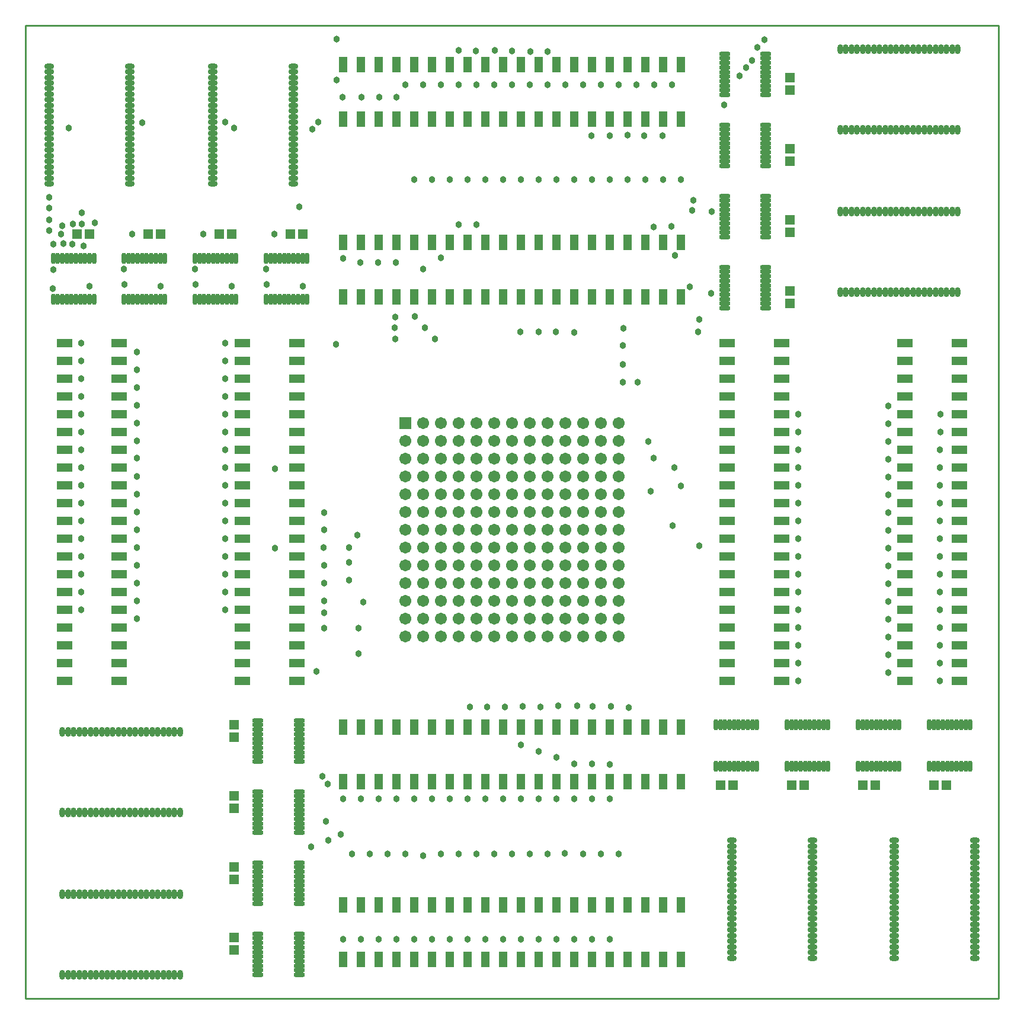
<source format=gts>
G04 Layer_Color=8388736*
%FSLAX25Y25*%
%MOIN*%
G70*
G01*
G75*
%ADD19C,0.01000*%
%ADD27O,0.05524X0.03261*%
%ADD28O,0.02670X0.06312*%
%ADD29R,0.04737X0.08674*%
%ADD30R,0.08674X0.04737*%
%ADD31O,0.06312X0.02670*%
%ADD32O,0.03261X0.05524*%
%ADD33R,0.05800X0.05800*%
%ADD34R,0.05800X0.05800*%
%ADD35C,0.06706*%
%ADD36R,0.06706X0.06706*%
%ADD37C,0.03800*%
D19*
X0Y0D02*
Y547500D01*
X547500D01*
Y0D02*
Y547500D01*
X0Y0D02*
X547500D01*
D27*
X13362Y524571D02*
D03*
Y521421D02*
D03*
Y518272D02*
D03*
Y515122D02*
D03*
Y511972D02*
D03*
Y508823D02*
D03*
Y505673D02*
D03*
Y502524D02*
D03*
Y499374D02*
D03*
Y496224D02*
D03*
Y493075D02*
D03*
Y489925D02*
D03*
Y486776D02*
D03*
Y483626D02*
D03*
Y480476D02*
D03*
Y477327D02*
D03*
Y474177D02*
D03*
Y471028D02*
D03*
Y467878D02*
D03*
Y464728D02*
D03*
Y461579D02*
D03*
Y458429D02*
D03*
X58638Y524571D02*
D03*
Y521421D02*
D03*
Y518272D02*
D03*
Y515122D02*
D03*
Y511972D02*
D03*
Y508823D02*
D03*
Y505673D02*
D03*
Y502524D02*
D03*
Y499374D02*
D03*
Y496224D02*
D03*
Y493075D02*
D03*
Y489925D02*
D03*
Y486776D02*
D03*
Y483626D02*
D03*
Y480476D02*
D03*
Y477327D02*
D03*
Y474177D02*
D03*
Y471028D02*
D03*
Y467878D02*
D03*
Y464728D02*
D03*
Y461579D02*
D03*
Y458429D02*
D03*
X150638D02*
D03*
Y461579D02*
D03*
Y464728D02*
D03*
Y467878D02*
D03*
Y471028D02*
D03*
Y474177D02*
D03*
Y477327D02*
D03*
Y480476D02*
D03*
Y483626D02*
D03*
Y486776D02*
D03*
Y489925D02*
D03*
Y493075D02*
D03*
Y496224D02*
D03*
Y499374D02*
D03*
Y502524D02*
D03*
Y505673D02*
D03*
Y508823D02*
D03*
Y511972D02*
D03*
Y515122D02*
D03*
Y518272D02*
D03*
Y521421D02*
D03*
Y524571D02*
D03*
X105362Y458429D02*
D03*
Y461579D02*
D03*
Y464728D02*
D03*
Y467878D02*
D03*
Y471028D02*
D03*
Y474177D02*
D03*
Y477327D02*
D03*
Y480476D02*
D03*
Y483626D02*
D03*
Y486776D02*
D03*
Y489925D02*
D03*
Y493075D02*
D03*
Y496224D02*
D03*
Y499374D02*
D03*
Y502524D02*
D03*
Y505673D02*
D03*
Y508823D02*
D03*
Y511972D02*
D03*
Y515122D02*
D03*
Y518272D02*
D03*
Y521421D02*
D03*
Y524571D02*
D03*
X442638Y22929D02*
D03*
Y26079D02*
D03*
Y29228D02*
D03*
Y32378D02*
D03*
Y35528D02*
D03*
Y38677D02*
D03*
Y41827D02*
D03*
Y44976D02*
D03*
Y48126D02*
D03*
Y51276D02*
D03*
Y54425D02*
D03*
Y57575D02*
D03*
Y60724D02*
D03*
Y63874D02*
D03*
Y67024D02*
D03*
Y70173D02*
D03*
Y73323D02*
D03*
Y76472D02*
D03*
Y79622D02*
D03*
Y82772D02*
D03*
Y85921D02*
D03*
Y89071D02*
D03*
X397362Y22929D02*
D03*
Y26079D02*
D03*
Y29228D02*
D03*
Y32378D02*
D03*
Y35528D02*
D03*
Y38677D02*
D03*
Y41827D02*
D03*
Y44976D02*
D03*
Y48126D02*
D03*
Y51276D02*
D03*
Y54425D02*
D03*
Y57575D02*
D03*
Y60724D02*
D03*
Y63874D02*
D03*
Y67024D02*
D03*
Y70173D02*
D03*
Y73323D02*
D03*
Y76472D02*
D03*
Y79622D02*
D03*
Y82772D02*
D03*
Y85921D02*
D03*
Y89071D02*
D03*
X488862D02*
D03*
Y85921D02*
D03*
Y82772D02*
D03*
Y79622D02*
D03*
Y76472D02*
D03*
Y73323D02*
D03*
Y70173D02*
D03*
Y67024D02*
D03*
Y63874D02*
D03*
Y60724D02*
D03*
Y57575D02*
D03*
Y54425D02*
D03*
Y51276D02*
D03*
Y48126D02*
D03*
Y44976D02*
D03*
Y41827D02*
D03*
Y38677D02*
D03*
Y35528D02*
D03*
Y32378D02*
D03*
Y29228D02*
D03*
Y26079D02*
D03*
Y22929D02*
D03*
X534138Y89071D02*
D03*
Y85921D02*
D03*
Y82772D02*
D03*
Y79622D02*
D03*
Y76472D02*
D03*
Y73323D02*
D03*
Y70173D02*
D03*
Y67024D02*
D03*
Y63874D02*
D03*
Y60724D02*
D03*
Y57575D02*
D03*
Y54425D02*
D03*
Y51276D02*
D03*
Y48126D02*
D03*
Y44976D02*
D03*
Y41827D02*
D03*
Y38677D02*
D03*
Y35528D02*
D03*
Y32378D02*
D03*
Y29228D02*
D03*
Y26079D02*
D03*
Y22929D02*
D03*
D28*
X38713Y416614D02*
D03*
X36154D02*
D03*
X33595D02*
D03*
X31036D02*
D03*
X28477D02*
D03*
X25918D02*
D03*
X23359D02*
D03*
X20800D02*
D03*
X18241D02*
D03*
X15681D02*
D03*
X38713Y393386D02*
D03*
X36154D02*
D03*
X33595D02*
D03*
X31036D02*
D03*
X28477D02*
D03*
X25918D02*
D03*
X23359D02*
D03*
X20800D02*
D03*
X18241D02*
D03*
X15681D02*
D03*
X78516Y416614D02*
D03*
X75957D02*
D03*
X73398D02*
D03*
X70839D02*
D03*
X68280D02*
D03*
X65720D02*
D03*
X63161D02*
D03*
X60602D02*
D03*
X58043D02*
D03*
X55484D02*
D03*
X78516Y393386D02*
D03*
X75957D02*
D03*
X73398D02*
D03*
X70839D02*
D03*
X68280D02*
D03*
X65720D02*
D03*
X63161D02*
D03*
X60602D02*
D03*
X58043D02*
D03*
X55484D02*
D03*
X118516Y416614D02*
D03*
X115957D02*
D03*
X113398D02*
D03*
X110839D02*
D03*
X108280D02*
D03*
X105720D02*
D03*
X103161D02*
D03*
X100602D02*
D03*
X98043D02*
D03*
X95484D02*
D03*
X118516Y393386D02*
D03*
X115957D02*
D03*
X113398D02*
D03*
X110839D02*
D03*
X108280D02*
D03*
X105720D02*
D03*
X103161D02*
D03*
X100602D02*
D03*
X98043D02*
D03*
X95484D02*
D03*
X158516Y416614D02*
D03*
X155957D02*
D03*
X153398D02*
D03*
X150839D02*
D03*
X148280D02*
D03*
X145720D02*
D03*
X143161D02*
D03*
X140602D02*
D03*
X138043D02*
D03*
X135484D02*
D03*
X158516Y393386D02*
D03*
X155957D02*
D03*
X153398D02*
D03*
X150839D02*
D03*
X148280D02*
D03*
X145720D02*
D03*
X143161D02*
D03*
X140602D02*
D03*
X138043D02*
D03*
X135484D02*
D03*
X388484Y130886D02*
D03*
X391043D02*
D03*
X393602D02*
D03*
X396161D02*
D03*
X398720D02*
D03*
X401280D02*
D03*
X403839D02*
D03*
X406398D02*
D03*
X408957D02*
D03*
X411516D02*
D03*
X388484Y154114D02*
D03*
X391043D02*
D03*
X393602D02*
D03*
X396161D02*
D03*
X398720D02*
D03*
X401280D02*
D03*
X403839D02*
D03*
X406398D02*
D03*
X408957D02*
D03*
X411516D02*
D03*
X428484Y130886D02*
D03*
X431043D02*
D03*
X433602D02*
D03*
X436161D02*
D03*
X438720D02*
D03*
X441280D02*
D03*
X443839D02*
D03*
X446398D02*
D03*
X448957D02*
D03*
X451516D02*
D03*
X428484Y154114D02*
D03*
X431043D02*
D03*
X433602D02*
D03*
X436161D02*
D03*
X438720D02*
D03*
X441280D02*
D03*
X443839D02*
D03*
X446398D02*
D03*
X448957D02*
D03*
X451516D02*
D03*
X468484Y130886D02*
D03*
X471043D02*
D03*
X473602D02*
D03*
X476161D02*
D03*
X478720D02*
D03*
X481280D02*
D03*
X483839D02*
D03*
X486398D02*
D03*
X488957D02*
D03*
X491516D02*
D03*
X468484Y154114D02*
D03*
X471043D02*
D03*
X473602D02*
D03*
X476161D02*
D03*
X478720D02*
D03*
X481280D02*
D03*
X483839D02*
D03*
X486398D02*
D03*
X488957D02*
D03*
X491516D02*
D03*
X508484Y130886D02*
D03*
X511043D02*
D03*
X513602D02*
D03*
X516161D02*
D03*
X518720D02*
D03*
X521280D02*
D03*
X523839D02*
D03*
X526398D02*
D03*
X528957D02*
D03*
X531516D02*
D03*
X508484Y154114D02*
D03*
X511043D02*
D03*
X513602D02*
D03*
X516161D02*
D03*
X518720D02*
D03*
X521280D02*
D03*
X523839D02*
D03*
X526398D02*
D03*
X528957D02*
D03*
X531516D02*
D03*
D29*
X328750Y525354D02*
D03*
X348750D02*
D03*
X358750D02*
D03*
X368750D02*
D03*
X338750D02*
D03*
X288750D02*
D03*
X318750D02*
D03*
X308750D02*
D03*
X298750D02*
D03*
X278750D02*
D03*
X238750D02*
D03*
X268750D02*
D03*
X258750D02*
D03*
X248750D02*
D03*
X228750D02*
D03*
X188750D02*
D03*
X218750D02*
D03*
X208750D02*
D03*
X198750D02*
D03*
X178750D02*
D03*
Y494646D02*
D03*
X198750D02*
D03*
X208750D02*
D03*
X218750D02*
D03*
X188750D02*
D03*
X228750D02*
D03*
X248750D02*
D03*
X258750D02*
D03*
X268750D02*
D03*
X238750D02*
D03*
X278750D02*
D03*
X298750D02*
D03*
X308750D02*
D03*
X318750D02*
D03*
X288750D02*
D03*
X338750D02*
D03*
X368750D02*
D03*
X358750D02*
D03*
X348750D02*
D03*
X328750D02*
D03*
Y425354D02*
D03*
X348750D02*
D03*
X358750D02*
D03*
X368750D02*
D03*
X338750D02*
D03*
X288750D02*
D03*
X318750D02*
D03*
X308750D02*
D03*
X298750D02*
D03*
X278750D02*
D03*
X238750D02*
D03*
X268750D02*
D03*
X258750D02*
D03*
X248750D02*
D03*
X228750D02*
D03*
X188750D02*
D03*
X218750D02*
D03*
X208750D02*
D03*
X198750D02*
D03*
X178750D02*
D03*
Y394646D02*
D03*
X198750D02*
D03*
X208750D02*
D03*
X218750D02*
D03*
X188750D02*
D03*
X228750D02*
D03*
X248750D02*
D03*
X258750D02*
D03*
X268750D02*
D03*
X238750D02*
D03*
X278750D02*
D03*
X298750D02*
D03*
X308750D02*
D03*
X318750D02*
D03*
X288750D02*
D03*
X338750D02*
D03*
X368750D02*
D03*
X358750D02*
D03*
X348750D02*
D03*
X328750D02*
D03*
X218750Y22146D02*
D03*
X198750D02*
D03*
X188750D02*
D03*
X178750D02*
D03*
X208750D02*
D03*
X258750D02*
D03*
X228750D02*
D03*
X238750D02*
D03*
X248750D02*
D03*
X268750D02*
D03*
X308750D02*
D03*
X278750D02*
D03*
X288750D02*
D03*
X298750D02*
D03*
X318750D02*
D03*
X358750D02*
D03*
X328750D02*
D03*
X338750D02*
D03*
X348750D02*
D03*
X368750D02*
D03*
Y52854D02*
D03*
X348750D02*
D03*
X338750D02*
D03*
X328750D02*
D03*
X358750D02*
D03*
X318750D02*
D03*
X298750D02*
D03*
X288750D02*
D03*
X278750D02*
D03*
X308750D02*
D03*
X268750D02*
D03*
X248750D02*
D03*
X238750D02*
D03*
X228750D02*
D03*
X258750D02*
D03*
X208750D02*
D03*
X178750D02*
D03*
X188750D02*
D03*
X198750D02*
D03*
X218750D02*
D03*
Y122146D02*
D03*
X198750D02*
D03*
X188750D02*
D03*
X178750D02*
D03*
X208750D02*
D03*
X258750D02*
D03*
X228750D02*
D03*
X238750D02*
D03*
X248750D02*
D03*
X268750D02*
D03*
X308750D02*
D03*
X278750D02*
D03*
X288750D02*
D03*
X298750D02*
D03*
X318750D02*
D03*
X358750D02*
D03*
X328750D02*
D03*
X338750D02*
D03*
X348750D02*
D03*
X368750D02*
D03*
Y152854D02*
D03*
X348750D02*
D03*
X338750D02*
D03*
X328750D02*
D03*
X358750D02*
D03*
X318750D02*
D03*
X298750D02*
D03*
X288750D02*
D03*
X278750D02*
D03*
X308750D02*
D03*
X268750D02*
D03*
X248750D02*
D03*
X238750D02*
D03*
X228750D02*
D03*
X258750D02*
D03*
X208750D02*
D03*
X178750D02*
D03*
X188750D02*
D03*
X198750D02*
D03*
X218750D02*
D03*
D30*
X525354Y218750D02*
D03*
Y198750D02*
D03*
Y188750D02*
D03*
Y178750D02*
D03*
Y208750D02*
D03*
Y258750D02*
D03*
Y228750D02*
D03*
Y238750D02*
D03*
Y248750D02*
D03*
Y268750D02*
D03*
Y308750D02*
D03*
Y278750D02*
D03*
Y288750D02*
D03*
Y298750D02*
D03*
Y318750D02*
D03*
Y358750D02*
D03*
Y328750D02*
D03*
Y338750D02*
D03*
Y348750D02*
D03*
Y368750D02*
D03*
X494646D02*
D03*
Y348750D02*
D03*
Y338750D02*
D03*
Y328750D02*
D03*
Y358750D02*
D03*
Y318750D02*
D03*
Y298750D02*
D03*
Y288750D02*
D03*
Y278750D02*
D03*
Y308750D02*
D03*
Y268750D02*
D03*
Y248750D02*
D03*
Y238750D02*
D03*
Y228750D02*
D03*
Y258750D02*
D03*
Y208750D02*
D03*
Y178750D02*
D03*
Y188750D02*
D03*
Y198750D02*
D03*
Y218750D02*
D03*
X425354D02*
D03*
Y198750D02*
D03*
Y188750D02*
D03*
Y178750D02*
D03*
Y208750D02*
D03*
Y258750D02*
D03*
Y228750D02*
D03*
Y238750D02*
D03*
Y248750D02*
D03*
Y268750D02*
D03*
Y308750D02*
D03*
Y278750D02*
D03*
Y288750D02*
D03*
Y298750D02*
D03*
Y318750D02*
D03*
Y358750D02*
D03*
Y328750D02*
D03*
Y338750D02*
D03*
Y348750D02*
D03*
Y368750D02*
D03*
X394646D02*
D03*
Y348750D02*
D03*
Y338750D02*
D03*
Y328750D02*
D03*
Y358750D02*
D03*
Y318750D02*
D03*
Y298750D02*
D03*
Y288750D02*
D03*
Y278750D02*
D03*
Y308750D02*
D03*
Y268750D02*
D03*
Y248750D02*
D03*
Y238750D02*
D03*
Y228750D02*
D03*
Y258750D02*
D03*
Y208750D02*
D03*
Y178750D02*
D03*
Y188750D02*
D03*
Y198750D02*
D03*
Y218750D02*
D03*
X22146Y328750D02*
D03*
Y348750D02*
D03*
Y358750D02*
D03*
Y368750D02*
D03*
Y338750D02*
D03*
Y288750D02*
D03*
Y318750D02*
D03*
Y308750D02*
D03*
Y298750D02*
D03*
Y278750D02*
D03*
Y238750D02*
D03*
Y268750D02*
D03*
Y258750D02*
D03*
Y248750D02*
D03*
Y228750D02*
D03*
Y188750D02*
D03*
Y218750D02*
D03*
Y208750D02*
D03*
Y198750D02*
D03*
Y178750D02*
D03*
X52854D02*
D03*
Y198750D02*
D03*
Y208750D02*
D03*
Y218750D02*
D03*
Y188750D02*
D03*
Y228750D02*
D03*
Y248750D02*
D03*
Y258750D02*
D03*
Y268750D02*
D03*
Y238750D02*
D03*
Y278750D02*
D03*
Y298750D02*
D03*
Y308750D02*
D03*
Y318750D02*
D03*
Y288750D02*
D03*
Y338750D02*
D03*
Y368750D02*
D03*
Y358750D02*
D03*
Y348750D02*
D03*
Y328750D02*
D03*
X122146D02*
D03*
Y348750D02*
D03*
Y358750D02*
D03*
Y368750D02*
D03*
Y338750D02*
D03*
Y288750D02*
D03*
Y318750D02*
D03*
Y308750D02*
D03*
Y298750D02*
D03*
Y278750D02*
D03*
Y238750D02*
D03*
Y268750D02*
D03*
Y258750D02*
D03*
Y248750D02*
D03*
Y228750D02*
D03*
Y188750D02*
D03*
Y218750D02*
D03*
Y208750D02*
D03*
Y198750D02*
D03*
Y178750D02*
D03*
X152854D02*
D03*
Y198750D02*
D03*
Y208750D02*
D03*
Y218750D02*
D03*
Y188750D02*
D03*
Y228750D02*
D03*
Y248750D02*
D03*
Y258750D02*
D03*
Y268750D02*
D03*
Y238750D02*
D03*
Y278750D02*
D03*
Y298750D02*
D03*
Y308750D02*
D03*
Y318750D02*
D03*
Y288750D02*
D03*
Y338750D02*
D03*
Y368750D02*
D03*
Y358750D02*
D03*
Y348750D02*
D03*
Y328750D02*
D03*
D31*
X416614Y428484D02*
D03*
Y431043D02*
D03*
Y433602D02*
D03*
Y436161D02*
D03*
Y438720D02*
D03*
Y441280D02*
D03*
Y443839D02*
D03*
Y446398D02*
D03*
Y448957D02*
D03*
Y451516D02*
D03*
X393386Y428484D02*
D03*
Y431043D02*
D03*
Y433602D02*
D03*
Y436161D02*
D03*
Y438720D02*
D03*
Y441280D02*
D03*
Y443839D02*
D03*
Y446398D02*
D03*
Y448957D02*
D03*
Y451516D02*
D03*
X416614Y388484D02*
D03*
Y391043D02*
D03*
Y393602D02*
D03*
Y396161D02*
D03*
Y398720D02*
D03*
Y401280D02*
D03*
Y403839D02*
D03*
Y406398D02*
D03*
Y408957D02*
D03*
Y411516D02*
D03*
X393386Y388484D02*
D03*
Y391043D02*
D03*
Y393602D02*
D03*
Y396161D02*
D03*
Y398720D02*
D03*
Y401280D02*
D03*
Y403839D02*
D03*
Y406398D02*
D03*
Y408957D02*
D03*
Y411516D02*
D03*
X416614Y508484D02*
D03*
Y511043D02*
D03*
Y513602D02*
D03*
Y516161D02*
D03*
Y518720D02*
D03*
Y521280D02*
D03*
Y523839D02*
D03*
Y526398D02*
D03*
Y528957D02*
D03*
Y531516D02*
D03*
X393386Y508484D02*
D03*
Y511043D02*
D03*
Y513602D02*
D03*
Y516161D02*
D03*
Y518720D02*
D03*
Y521280D02*
D03*
Y523839D02*
D03*
Y526398D02*
D03*
Y528957D02*
D03*
Y531516D02*
D03*
X416614Y468484D02*
D03*
Y471043D02*
D03*
Y473602D02*
D03*
Y476161D02*
D03*
Y478720D02*
D03*
Y481280D02*
D03*
Y483839D02*
D03*
Y486398D02*
D03*
Y488957D02*
D03*
Y491516D02*
D03*
X393386Y468484D02*
D03*
Y471043D02*
D03*
Y473602D02*
D03*
Y476161D02*
D03*
Y478720D02*
D03*
Y481280D02*
D03*
Y483839D02*
D03*
Y486398D02*
D03*
Y488957D02*
D03*
Y491516D02*
D03*
X130886Y156516D02*
D03*
Y153957D02*
D03*
Y151398D02*
D03*
Y148839D02*
D03*
Y146280D02*
D03*
Y143720D02*
D03*
Y141161D02*
D03*
Y138602D02*
D03*
Y136043D02*
D03*
Y133484D02*
D03*
X154114Y156516D02*
D03*
Y153957D02*
D03*
Y151398D02*
D03*
Y148839D02*
D03*
Y146280D02*
D03*
Y143720D02*
D03*
Y141161D02*
D03*
Y138602D02*
D03*
Y136043D02*
D03*
Y133484D02*
D03*
X130886Y116516D02*
D03*
Y113957D02*
D03*
Y111398D02*
D03*
Y108839D02*
D03*
Y106280D02*
D03*
Y103720D02*
D03*
Y101161D02*
D03*
Y98602D02*
D03*
Y96043D02*
D03*
Y93484D02*
D03*
X154114Y116516D02*
D03*
Y113957D02*
D03*
Y111398D02*
D03*
Y108839D02*
D03*
Y106280D02*
D03*
Y103720D02*
D03*
Y101161D02*
D03*
Y98602D02*
D03*
Y96043D02*
D03*
Y93484D02*
D03*
X130886Y76516D02*
D03*
Y73957D02*
D03*
Y71398D02*
D03*
Y68839D02*
D03*
Y66280D02*
D03*
Y63720D02*
D03*
Y61161D02*
D03*
Y58602D02*
D03*
Y56043D02*
D03*
Y53484D02*
D03*
X154114Y76516D02*
D03*
Y73957D02*
D03*
Y71398D02*
D03*
Y68839D02*
D03*
Y66280D02*
D03*
Y63720D02*
D03*
Y61161D02*
D03*
Y58602D02*
D03*
Y56043D02*
D03*
Y53484D02*
D03*
X130886Y36516D02*
D03*
Y33957D02*
D03*
Y31398D02*
D03*
Y28839D02*
D03*
Y26280D02*
D03*
Y23720D02*
D03*
Y21161D02*
D03*
Y18602D02*
D03*
Y16043D02*
D03*
Y13484D02*
D03*
X154114Y36516D02*
D03*
Y33957D02*
D03*
Y31398D02*
D03*
Y28839D02*
D03*
Y26280D02*
D03*
Y23720D02*
D03*
Y21161D02*
D03*
Y18602D02*
D03*
Y16043D02*
D03*
Y13484D02*
D03*
D32*
X524571Y442638D02*
D03*
X521421D02*
D03*
X518272D02*
D03*
X515122D02*
D03*
X511972D02*
D03*
X508823D02*
D03*
X505673D02*
D03*
X502524D02*
D03*
X499374D02*
D03*
X496224D02*
D03*
X493075D02*
D03*
X489925D02*
D03*
X486776D02*
D03*
X483626D02*
D03*
X480476D02*
D03*
X477327D02*
D03*
X474177D02*
D03*
X471028D02*
D03*
X467878D02*
D03*
X464728D02*
D03*
X461579D02*
D03*
X458429D02*
D03*
X524571Y397362D02*
D03*
X521421D02*
D03*
X518272D02*
D03*
X515122D02*
D03*
X511972D02*
D03*
X508823D02*
D03*
X505673D02*
D03*
X502524D02*
D03*
X499374D02*
D03*
X496224D02*
D03*
X493075D02*
D03*
X489925D02*
D03*
X486776D02*
D03*
X483626D02*
D03*
X480476D02*
D03*
X477327D02*
D03*
X474177D02*
D03*
X471028D02*
D03*
X467878D02*
D03*
X464728D02*
D03*
X461579D02*
D03*
X458429D02*
D03*
Y488862D02*
D03*
X461579D02*
D03*
X464728D02*
D03*
X467878D02*
D03*
X471028D02*
D03*
X474177D02*
D03*
X477327D02*
D03*
X480476D02*
D03*
X483626D02*
D03*
X486776D02*
D03*
X489925D02*
D03*
X493075D02*
D03*
X496224D02*
D03*
X499374D02*
D03*
X502524D02*
D03*
X505673D02*
D03*
X508823D02*
D03*
X511972D02*
D03*
X515122D02*
D03*
X518272D02*
D03*
X521421D02*
D03*
X524571D02*
D03*
X458429Y534138D02*
D03*
X461579D02*
D03*
X464728D02*
D03*
X467878D02*
D03*
X471028D02*
D03*
X474177D02*
D03*
X477327D02*
D03*
X480476D02*
D03*
X483626D02*
D03*
X486776D02*
D03*
X489925D02*
D03*
X493075D02*
D03*
X496224D02*
D03*
X499374D02*
D03*
X502524D02*
D03*
X505673D02*
D03*
X508823D02*
D03*
X511972D02*
D03*
X515122D02*
D03*
X518272D02*
D03*
X521421D02*
D03*
X524571D02*
D03*
X87071Y58638D02*
D03*
X83921D02*
D03*
X80772D02*
D03*
X77622D02*
D03*
X74472D02*
D03*
X71323D02*
D03*
X68173D02*
D03*
X65024D02*
D03*
X61874D02*
D03*
X58724D02*
D03*
X55575D02*
D03*
X52425D02*
D03*
X49276D02*
D03*
X46126D02*
D03*
X42976D02*
D03*
X39827D02*
D03*
X36677D02*
D03*
X33528D02*
D03*
X30378D02*
D03*
X27228D02*
D03*
X24079D02*
D03*
X20929D02*
D03*
X87071Y13362D02*
D03*
X83921D02*
D03*
X80772D02*
D03*
X77622D02*
D03*
X74472D02*
D03*
X71323D02*
D03*
X68173D02*
D03*
X65024D02*
D03*
X61874D02*
D03*
X58724D02*
D03*
X55575D02*
D03*
X52425D02*
D03*
X49276D02*
D03*
X46126D02*
D03*
X42976D02*
D03*
X39827D02*
D03*
X36677D02*
D03*
X33528D02*
D03*
X30378D02*
D03*
X27228D02*
D03*
X24079D02*
D03*
X20929D02*
D03*
Y104862D02*
D03*
X24079D02*
D03*
X27228D02*
D03*
X30378D02*
D03*
X33528D02*
D03*
X36677D02*
D03*
X39827D02*
D03*
X42976D02*
D03*
X46126D02*
D03*
X49276D02*
D03*
X52425D02*
D03*
X55575D02*
D03*
X58724D02*
D03*
X61874D02*
D03*
X65024D02*
D03*
X68173D02*
D03*
X71323D02*
D03*
X74472D02*
D03*
X77622D02*
D03*
X80772D02*
D03*
X83921D02*
D03*
X87071D02*
D03*
X20929Y150138D02*
D03*
X24079D02*
D03*
X27228D02*
D03*
X30378D02*
D03*
X33528D02*
D03*
X36677D02*
D03*
X39827D02*
D03*
X42976D02*
D03*
X46126D02*
D03*
X49276D02*
D03*
X52425D02*
D03*
X55575D02*
D03*
X58724D02*
D03*
X61874D02*
D03*
X65024D02*
D03*
X68173D02*
D03*
X71323D02*
D03*
X74472D02*
D03*
X77622D02*
D03*
X80772D02*
D03*
X83921D02*
D03*
X87071D02*
D03*
D33*
X156200Y430000D02*
D03*
X149200D02*
D03*
X116200D02*
D03*
X109200D02*
D03*
X76200D02*
D03*
X69200D02*
D03*
X36200D02*
D03*
X29200D02*
D03*
X398000Y120000D02*
D03*
X391000D02*
D03*
X438000D02*
D03*
X431000D02*
D03*
X478000D02*
D03*
X471000D02*
D03*
X518000D02*
D03*
X511000D02*
D03*
D34*
X430000Y478000D02*
D03*
Y471000D02*
D03*
Y518000D02*
D03*
Y511000D02*
D03*
Y391000D02*
D03*
Y398000D02*
D03*
Y431000D02*
D03*
Y438000D02*
D03*
X117500Y154000D02*
D03*
Y147000D02*
D03*
Y114000D02*
D03*
Y107000D02*
D03*
Y74000D02*
D03*
Y67000D02*
D03*
Y34500D02*
D03*
Y27500D02*
D03*
D35*
X333750Y203750D02*
D03*
Y213750D02*
D03*
Y223750D02*
D03*
Y233750D02*
D03*
Y243750D02*
D03*
Y253750D02*
D03*
Y263750D02*
D03*
Y273750D02*
D03*
Y283750D02*
D03*
Y293750D02*
D03*
Y303750D02*
D03*
Y313750D02*
D03*
Y323750D02*
D03*
X323750Y203750D02*
D03*
Y213750D02*
D03*
Y223750D02*
D03*
Y233750D02*
D03*
Y243750D02*
D03*
Y253750D02*
D03*
Y263750D02*
D03*
Y273750D02*
D03*
Y283750D02*
D03*
Y293750D02*
D03*
Y303750D02*
D03*
Y313750D02*
D03*
Y323750D02*
D03*
X313750Y203750D02*
D03*
Y213750D02*
D03*
Y223750D02*
D03*
Y233750D02*
D03*
Y243750D02*
D03*
Y253750D02*
D03*
Y263750D02*
D03*
Y273750D02*
D03*
Y283750D02*
D03*
Y293750D02*
D03*
Y303750D02*
D03*
Y313750D02*
D03*
Y323750D02*
D03*
X303750Y203750D02*
D03*
Y213750D02*
D03*
Y223750D02*
D03*
Y233750D02*
D03*
Y243750D02*
D03*
Y253750D02*
D03*
Y263750D02*
D03*
Y273750D02*
D03*
Y283750D02*
D03*
Y293750D02*
D03*
Y303750D02*
D03*
Y313750D02*
D03*
Y323750D02*
D03*
X293750Y203750D02*
D03*
Y213750D02*
D03*
Y223750D02*
D03*
Y233750D02*
D03*
Y243750D02*
D03*
Y253750D02*
D03*
Y263750D02*
D03*
Y273750D02*
D03*
Y283750D02*
D03*
Y293750D02*
D03*
Y303750D02*
D03*
Y313750D02*
D03*
Y323750D02*
D03*
X283750Y203750D02*
D03*
Y213750D02*
D03*
Y223750D02*
D03*
Y233750D02*
D03*
Y243750D02*
D03*
Y253750D02*
D03*
Y263750D02*
D03*
Y273750D02*
D03*
Y283750D02*
D03*
Y293750D02*
D03*
Y303750D02*
D03*
Y313750D02*
D03*
Y323750D02*
D03*
X273750Y203750D02*
D03*
Y213750D02*
D03*
Y223750D02*
D03*
Y233750D02*
D03*
Y243750D02*
D03*
Y253750D02*
D03*
Y263750D02*
D03*
Y273750D02*
D03*
Y283750D02*
D03*
Y293750D02*
D03*
Y303750D02*
D03*
Y313750D02*
D03*
Y323750D02*
D03*
X263750Y203750D02*
D03*
Y213750D02*
D03*
Y223750D02*
D03*
Y233750D02*
D03*
Y243750D02*
D03*
Y253750D02*
D03*
Y263750D02*
D03*
Y273750D02*
D03*
Y283750D02*
D03*
Y293750D02*
D03*
Y303750D02*
D03*
Y313750D02*
D03*
Y323750D02*
D03*
X253750Y203750D02*
D03*
Y213750D02*
D03*
Y223750D02*
D03*
Y233750D02*
D03*
Y243750D02*
D03*
Y253750D02*
D03*
Y263750D02*
D03*
Y273750D02*
D03*
Y283750D02*
D03*
Y293750D02*
D03*
Y303750D02*
D03*
Y313750D02*
D03*
Y323750D02*
D03*
X243750Y203750D02*
D03*
Y213750D02*
D03*
Y223750D02*
D03*
Y233750D02*
D03*
Y243750D02*
D03*
Y253750D02*
D03*
Y263750D02*
D03*
Y273750D02*
D03*
Y283750D02*
D03*
Y293750D02*
D03*
Y303750D02*
D03*
Y313750D02*
D03*
Y323750D02*
D03*
X233750Y203750D02*
D03*
Y213750D02*
D03*
Y223750D02*
D03*
Y233750D02*
D03*
Y243750D02*
D03*
Y253750D02*
D03*
Y263750D02*
D03*
Y273750D02*
D03*
Y283750D02*
D03*
Y293750D02*
D03*
Y303750D02*
D03*
Y313750D02*
D03*
Y323750D02*
D03*
X223750Y203750D02*
D03*
Y213750D02*
D03*
Y223750D02*
D03*
Y233750D02*
D03*
Y243750D02*
D03*
Y253750D02*
D03*
Y263750D02*
D03*
Y273750D02*
D03*
Y283750D02*
D03*
Y293750D02*
D03*
Y303750D02*
D03*
Y313750D02*
D03*
Y323750D02*
D03*
X213750Y203750D02*
D03*
Y213750D02*
D03*
Y223750D02*
D03*
Y233750D02*
D03*
Y243750D02*
D03*
Y253750D02*
D03*
Y263750D02*
D03*
Y273750D02*
D03*
Y283750D02*
D03*
Y293750D02*
D03*
Y303750D02*
D03*
Y313750D02*
D03*
D36*
Y323750D02*
D03*
D37*
X156100Y400700D02*
D03*
X116100D02*
D03*
X76100D02*
D03*
X36100D02*
D03*
X39100Y436400D02*
D03*
X21500Y424800D02*
D03*
X26300Y424300D02*
D03*
X32700Y423500D02*
D03*
X20900Y434800D02*
D03*
X26800Y435800D02*
D03*
X31700Y435900D02*
D03*
Y442200D02*
D03*
X135566Y410514D02*
D03*
X95566D02*
D03*
X55566D02*
D03*
X15763Y410200D02*
D03*
X15800Y424600D02*
D03*
X13400Y432100D02*
D03*
X13600Y438100D02*
D03*
X13500Y444900D02*
D03*
X13362Y450638D02*
D03*
X15600Y399400D02*
D03*
X24400Y489900D02*
D03*
X135700Y401700D02*
D03*
X95700D02*
D03*
X55700D02*
D03*
X20100Y430000D02*
D03*
X60100D02*
D03*
X100100D02*
D03*
X140100D02*
D03*
X65800Y492900D02*
D03*
X154200Y445600D02*
D03*
X161400Y489100D02*
D03*
X117500Y489900D02*
D03*
X112400Y493100D02*
D03*
X164700D02*
D03*
X175200Y539900D02*
D03*
X189100Y507100D02*
D03*
X199000D02*
D03*
X208700D02*
D03*
X178600D02*
D03*
X175200Y516700D02*
D03*
X178750Y416300D02*
D03*
X208600Y413996D02*
D03*
X198600D02*
D03*
X188600D02*
D03*
X485500Y333400D02*
D03*
Y323400D02*
D03*
Y313400D02*
D03*
Y303400D02*
D03*
Y293400D02*
D03*
Y283400D02*
D03*
Y273400D02*
D03*
Y263400D02*
D03*
Y253400D02*
D03*
Y243400D02*
D03*
Y233400D02*
D03*
Y223400D02*
D03*
Y213400D02*
D03*
Y203400D02*
D03*
Y193400D02*
D03*
Y183400D02*
D03*
X514804Y328750D02*
D03*
Y318750D02*
D03*
X514350Y308750D02*
D03*
Y298750D02*
D03*
Y288750D02*
D03*
Y278750D02*
D03*
Y258750D02*
D03*
Y268750D02*
D03*
Y248750D02*
D03*
Y238750D02*
D03*
Y228750D02*
D03*
Y218750D02*
D03*
Y208750D02*
D03*
Y198750D02*
D03*
Y188750D02*
D03*
Y178750D02*
D03*
X339300Y163902D02*
D03*
X329400Y164300D02*
D03*
X319200D02*
D03*
X310500Y164700D02*
D03*
X299700D02*
D03*
X289800Y164100D02*
D03*
X279800Y164300D02*
D03*
X269800Y164200D02*
D03*
X259900Y164100D02*
D03*
X250100Y164204D02*
D03*
X434950Y178750D02*
D03*
Y188750D02*
D03*
Y198750D02*
D03*
Y208750D02*
D03*
Y218750D02*
D03*
Y228750D02*
D03*
Y238750D02*
D03*
Y248750D02*
D03*
Y258750D02*
D03*
Y268750D02*
D03*
Y278750D02*
D03*
Y288750D02*
D03*
Y298750D02*
D03*
Y308750D02*
D03*
Y318750D02*
D03*
Y328750D02*
D03*
X350400Y313400D02*
D03*
X353600Y304100D02*
D03*
X365050Y298750D02*
D03*
X368800Y288600D02*
D03*
X351700Y285600D02*
D03*
X364100Y266100D02*
D03*
X379200Y254900D02*
D03*
X187400Y208400D02*
D03*
X187300Y194200D02*
D03*
X190200Y223000D02*
D03*
X163700Y184000D02*
D03*
X140400Y298200D02*
D03*
Y253600D02*
D03*
X62850Y233850D02*
D03*
Y213850D02*
D03*
Y223850D02*
D03*
Y243850D02*
D03*
Y253850D02*
D03*
Y263850D02*
D03*
Y273850D02*
D03*
Y283850D02*
D03*
Y293850D02*
D03*
X62696Y304004D02*
D03*
X62850Y313850D02*
D03*
Y323850D02*
D03*
Y333850D02*
D03*
Y343850D02*
D03*
Y353850D02*
D03*
Y363850D02*
D03*
X167954Y223900D02*
D03*
X168000Y217100D02*
D03*
Y208300D02*
D03*
X167954Y233900D02*
D03*
Y243900D02*
D03*
X168004Y273600D02*
D03*
X167954Y263900D02*
D03*
X167700Y253900D02*
D03*
X182100Y235600D02*
D03*
Y245400D02*
D03*
X182200Y253700D02*
D03*
X186900Y260700D02*
D03*
X112550Y218750D02*
D03*
Y228750D02*
D03*
Y238750D02*
D03*
Y248750D02*
D03*
Y258750D02*
D03*
Y268750D02*
D03*
Y278750D02*
D03*
Y288750D02*
D03*
Y298750D02*
D03*
Y308750D02*
D03*
Y318750D02*
D03*
Y328750D02*
D03*
Y338750D02*
D03*
Y348750D02*
D03*
Y358750D02*
D03*
Y368750D02*
D03*
X31500D02*
D03*
Y218750D02*
D03*
Y228750D02*
D03*
Y238750D02*
D03*
Y248750D02*
D03*
Y258750D02*
D03*
Y268750D02*
D03*
Y278750D02*
D03*
Y288750D02*
D03*
Y298750D02*
D03*
Y308750D02*
D03*
Y318750D02*
D03*
Y328750D02*
D03*
Y338750D02*
D03*
Y348750D02*
D03*
Y358750D02*
D03*
X333800Y81300D02*
D03*
X323800D02*
D03*
X313800D02*
D03*
X303450Y81746D02*
D03*
X293800Y81300D02*
D03*
X283800D02*
D03*
X273800D02*
D03*
X263800D02*
D03*
X253800D02*
D03*
X243800D02*
D03*
X233800D02*
D03*
X223800Y80546D02*
D03*
X213800Y81300D02*
D03*
X203800D02*
D03*
X193800D02*
D03*
X183800D02*
D03*
X328800Y131800D02*
D03*
X318800Y132000D02*
D03*
X308800D02*
D03*
X298800Y135800D02*
D03*
X288700Y139100D02*
D03*
X278700Y142700D02*
D03*
X328750Y33450D02*
D03*
X318750D02*
D03*
X308750D02*
D03*
X298750D02*
D03*
X288750D02*
D03*
X278750D02*
D03*
X268750D02*
D03*
X258750D02*
D03*
X248750D02*
D03*
X238750D02*
D03*
X228750D02*
D03*
X218750D02*
D03*
X208750D02*
D03*
X188750D02*
D03*
X198750D02*
D03*
X178800Y33500D02*
D03*
X328750Y112450D02*
D03*
X318750D02*
D03*
X308750D02*
D03*
X298750D02*
D03*
X288750D02*
D03*
X278750D02*
D03*
X268750D02*
D03*
X258750D02*
D03*
X248750D02*
D03*
X238750D02*
D03*
X228750D02*
D03*
X218750D02*
D03*
X208750D02*
D03*
X198750D02*
D03*
X188750D02*
D03*
X178750D02*
D03*
X358500Y485600D02*
D03*
X338800Y485700D02*
D03*
X348200Y485300D02*
D03*
X328900Y485500D02*
D03*
X318500Y485300D02*
D03*
X253700Y435600D02*
D03*
X243700Y435300D02*
D03*
X233700Y416700D02*
D03*
X223700Y410600D02*
D03*
X174800Y368200D02*
D03*
X230400Y371200D02*
D03*
X208000D02*
D03*
X224700Y377400D02*
D03*
X207900D02*
D03*
X219000Y383700D02*
D03*
X208100Y383600D02*
D03*
X243700Y533600D02*
D03*
X253600Y533100D02*
D03*
X264100Y533300D02*
D03*
X284100Y532700D02*
D03*
X273700Y533200D02*
D03*
X293800Y532900D02*
D03*
X213700Y514200D02*
D03*
X223700D02*
D03*
X363700D02*
D03*
X353700D02*
D03*
X343700D02*
D03*
X333700D02*
D03*
X323700D02*
D03*
X313700D02*
D03*
X303700D02*
D03*
X293700D02*
D03*
X283700D02*
D03*
X273700D02*
D03*
X263700D02*
D03*
X253700D02*
D03*
X243700D02*
D03*
X233700D02*
D03*
X368750Y460650D02*
D03*
X358750D02*
D03*
X348750D02*
D03*
X338750D02*
D03*
X328750D02*
D03*
X318750D02*
D03*
X308750D02*
D03*
X298750D02*
D03*
X288750D02*
D03*
X278750D02*
D03*
X268750D02*
D03*
X258750D02*
D03*
X248750D02*
D03*
X238750D02*
D03*
X228750D02*
D03*
X218750D02*
D03*
X344500Y346800D02*
D03*
X336100D02*
D03*
X336200Y356800D02*
D03*
Y367600D02*
D03*
X336300Y377096D02*
D03*
X308800Y374700D02*
D03*
X298500Y375000D02*
D03*
X288700Y375100D02*
D03*
X278296D02*
D03*
X378600Y375196D02*
D03*
X379000Y382096D02*
D03*
X385900Y396896D02*
D03*
X373900Y400600D02*
D03*
X353400Y434096D02*
D03*
X363600Y434296D02*
D03*
X365400Y417996D02*
D03*
X375700Y448996D02*
D03*
X375000Y443596D02*
D03*
X386200Y442700D02*
D03*
X393200Y502696D02*
D03*
X401900Y519200D02*
D03*
X405400Y523700D02*
D03*
X408700Y527900D02*
D03*
X411800Y535200D02*
D03*
X415800Y539300D02*
D03*
X160700Y85396D02*
D03*
X170300Y88996D02*
D03*
X177400Y92596D02*
D03*
X169100Y99796D02*
D03*
X167000Y125096D02*
D03*
X170200Y120800D02*
D03*
M02*

</source>
